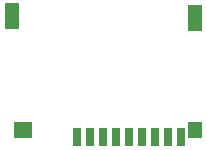
<source format=gbr>
%TF.GenerationSoftware,KiCad,Pcbnew,(6.0.11)*%
%TF.CreationDate,2024-05-24T16:43:35-05:00*%
%TF.ProjectId,TrebleSynth,54726562-6c65-4537-996e-74682e6b6963,rev?*%
%TF.SameCoordinates,Original*%
%TF.FileFunction,Paste,Top*%
%TF.FilePolarity,Positive*%
%FSLAX46Y46*%
G04 Gerber Fmt 4.6, Leading zero omitted, Abs format (unit mm)*
G04 Created by KiCad (PCBNEW (6.0.11)) date 2024-05-24 16:43:35*
%MOMM*%
%LPD*%
G01*
G04 APERTURE LIST*
%ADD10R,1.600000X1.400000*%
%ADD11R,1.200000X2.200000*%
%ADD12R,0.700000X1.600000*%
%ADD13R,1.200000X1.400000*%
G04 APERTURE END LIST*
D10*
%TO.C,U14*%
X165300000Y-48960000D03*
D11*
X179900000Y-39460000D03*
D12*
X169900000Y-49560000D03*
X171000000Y-49560000D03*
X172100000Y-49560000D03*
X173200000Y-49560000D03*
X174300000Y-49560000D03*
X175400000Y-49560000D03*
X176500000Y-49560000D03*
X177600000Y-49560000D03*
X178700000Y-49560000D03*
D13*
X179900000Y-48960000D03*
D11*
X164400000Y-39360000D03*
%TD*%
M02*

</source>
